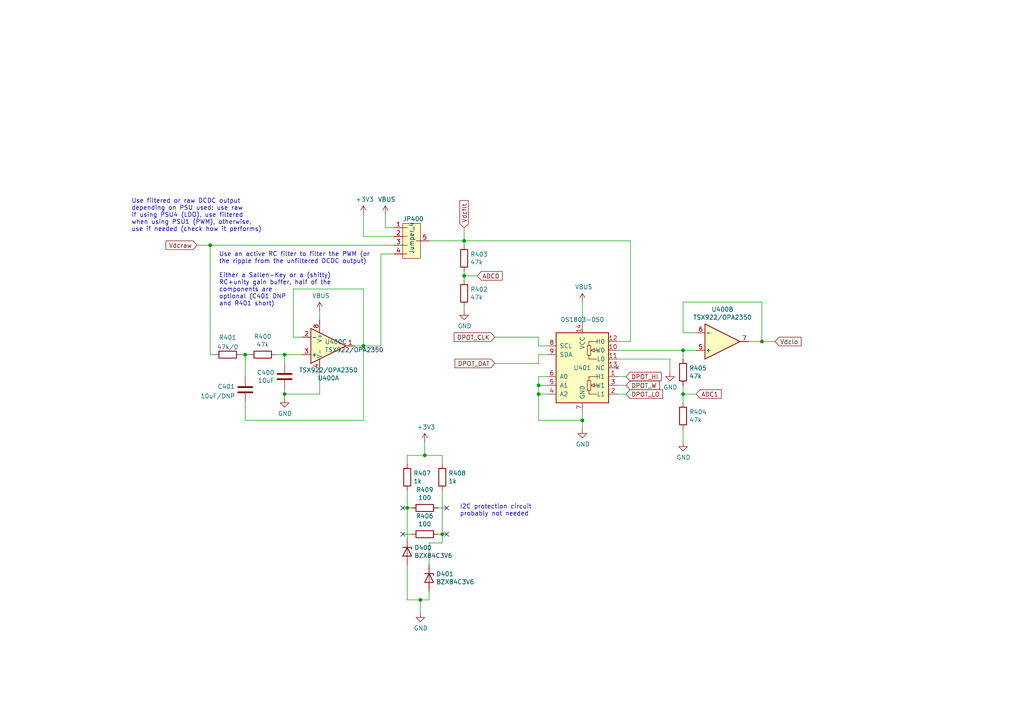
<source format=kicad_sch>
(kicad_sch (version 20211123) (generator eeschema)
  (paper "A4")
  (lib_symbols
    (symbol "Amplifier_Operational:LM358" (pin_names (offset 0.127))
      (property "Reference" "U" (at 0 5.08 0))
      (property "Value" "LM358" (at 0 -5.08 0))
      (symbol "LM358_1_1"
        (polyline (pts (xy -5.08 5.08) (xy 5.08 0) (xy -5.08 -5.08) (xy -5.08 5.08)) (stroke (width 0.254)) (fill (type background)))
        (pin output line (at 7.62 0 180) (length 2.54) (name "~") (number "1"))
        (pin input line (at -7.62 -2.54 0) (length 2.54) (name "-") (number "2"))
        (pin input line (at -7.62 2.54 0) (length 2.54) (name "+") (number "3"))
      )
      (symbol "LM358_2_1"
        (polyline (pts (xy -5.08 5.08) (xy 5.08 0) (xy -5.08 -5.08) (xy -5.08 5.08)) (stroke (width 0.254)) (fill (type background)))
        (pin input line (at -7.62 2.54 0) (length 2.54) (name "+") (number "5"))
        (pin input line (at -7.62 -2.54 0) (length 2.54) (name "-") (number "6"))
        (pin output line (at 7.62 0 180) (length 2.54) (name "~") (number "7"))
      )
      (symbol "LM358_3_1"
        (pin power_in line (at -2.54 -7.62 90) (length 3.81) (name "V-") (number "4"))
        (pin power_in line (at -2.54 7.62 270) (length 3.81) (name "V+") (number "8"))
      )
    )
    (symbol "Device:C" (pin_numbers hide) (pin_names (offset 0.254))
      (property "Reference" "C" (at 0.635 2.54 0))
      (property "Value" "C" (at 0.635 -2.54 0))
      (symbol "C_0_1"
        (polyline (pts (xy -2.032 -0.762) (xy 2.032 -0.762)) (stroke (width 0.508)))
        (polyline (pts (xy -2.032 0.762) (xy 2.032 0.762)) (stroke (width 0.508)))
      )
      (symbol "C_1_1"
        (pin passive line (at 0 3.81 270) (length 2.794) (name "~") (number "1"))
        (pin passive line (at 0 -3.81 90) (length 2.794) (name "~") (number "2"))
      )
    )
    (symbol "Device:D_Zener" (pin_numbers hide) (pin_names (offset 1.016) hide)
      (property "Reference" "D" (at 0 2.54 0))
      (property "Value" "D_Zener" (at 0 -2.54 0))
      (symbol "D_Zener_0_1"
        (polyline (pts (xy 1.27 0) (xy -1.27 0)))
        (polyline (pts (xy -1.27 -1.27) (xy -1.27 1.27) (xy -0.762 1.27)) (stroke (width 0.254)))
        (polyline (pts (xy 1.27 -1.27) (xy 1.27 1.27) (xy -1.27 0) (xy 1.27 -1.27)) (stroke (width 0.254)))
      )
      (symbol "D_Zener_1_1"
        (pin passive line (at -3.81 0 0) (length 2.54) (name "K") (number "1"))
        (pin passive line (at 3.81 0 180) (length 2.54) (name "A") (number "2"))
      )
    )
    (symbol "Device:R" (pin_numbers hide) (pin_names (offset 0))
      (property "Reference" "R" (at 2.032 0 90))
      (property "Value" "R" (at 0 0 90))
      (symbol "R_0_1"
        (rectangle (start -1.016 -2.54) (end 1.016 2.54) (stroke (width 0.254)))
      )
      (symbol "R_1_1"
        (pin passive line (at 0 3.81 270) (length 1.27) (name "~") (number "1"))
        (pin passive line (at 0 -3.81 90) (length 1.27) (name "~") (number "2"))
      )
    )
    (symbol "misc-mcus:DS1803" (pin_names (offset 1.016))
      (property "Reference" "U" (at 0 25.4 0))
      (property "Value" "DS1803" (at 0 22.86 0))
      (symbol "DS1803_1_1"
        (rectangle (start -7.62 10.16) (end 7.62 -10.16) (stroke (width 0.254)) (fill (type background)))
        (polyline (pts (xy 1.905 -7.366) (xy 1.905 -6.5278)))
        (polyline (pts (xy 1.905 -2.7686) (xy 1.905 -3.7084)))
        (polyline (pts (xy 1.905 2.794) (xy 1.905 3.6322)))
        (polyline (pts (xy 1.905 7.3914) (xy 1.905 6.4516)))
        (polyline (pts (xy 3.4798 -5.0546) (xy 4.191 -5.0546)))
        (polyline (pts (xy 3.4798 5.1054) (xy 4.191 5.1054)))
        (polyline (pts (xy 1.905 -7.62) (xy 1.905 -7.366) (xy 1.905 -7.366)) (fill (type background)))
        (polyline (pts (xy 1.905 -7.62) (xy 4.191 -7.62) (xy 4.191 -7.62)) (fill (type background)))
        (polyline (pts (xy 1.905 -2.54) (xy 1.905 -2.794) (xy 1.905 -2.794)))
        (polyline (pts (xy 1.905 -2.54) (xy 4.191 -2.54) (xy 4.191 -2.54)) (fill (type background)))
        (polyline (pts (xy 1.905 2.54) (xy 1.905 2.794) (xy 1.905 2.794)) (fill (type background)))
        (polyline (pts (xy 1.905 2.54) (xy 4.191 2.54) (xy 4.191 2.54)) (fill (type background)))
        (polyline (pts (xy 1.905 7.62) (xy 1.905 7.366) (xy 1.905 7.366)))
        (polyline (pts (xy 1.905 7.62) (xy 4.191 7.62) (xy 4.191 7.62)) (fill (type background)))
        (polyline (pts (xy 3.4798 -4.572) (xy 3.4798 -5.588) (xy 2.4638 -5.08) (xy 3.4798 -4.572) (xy 3.4798 -4.572)) (fill (type background)))
        (polyline (pts (xy 3.4798 5.588) (xy 3.4798 4.572) (xy 2.4638 5.08) (xy 3.4798 5.588) (xy 3.4798 5.588)) (fill (type background)))
        (rectangle (start 1.4224 -3.7338) (end 2.4384 -6.5278))
        (rectangle (start 1.4224 6.4262) (end 2.4384 3.6322))
        (pin passive line (at 10.16 -2.54 180) (length 2.54) (name "H1") (number "1"))
        (pin passive line (at 10.16 5.08 180) (length 2.54) (name "W0") (number "10"))
        (pin passive line (at 10.16 2.54 180) (length 2.54) (name "L0") (number "11"))
        (pin passive line (at 10.16 7.62 180) (length 2.54) (name "H0") (number "12"))
        (pin no_connect line (at 10.16 0 180) (length 2.54) (name "NC") (number "13"))
        (pin power_in line (at 0 12.7 270) (length 2.54) (name "VCC") (number "14"))
        (pin passive line (at 10.16 -7.62 180) (length 2.54) (name "L1") (number "2"))
        (pin passive line (at 10.16 -5.08 180) (length 2.54) (name "W1") (number "3"))
        (pin input line (at -10.16 -7.62 0) (length 2.54) (name "A2") (number "4"))
        (pin input line (at -10.16 -5.08 0) (length 2.54) (name "A1") (number "5"))
        (pin input line (at -10.16 -2.54 0) (length 2.54) (name "A0") (number "6"))
        (pin power_in line (at 0 -12.7 90) (length 2.54) (name "GND") (number "7"))
        (pin input line (at -10.16 6.35 0) (length 2.54) (name "SCL") (number "8"))
        (pin bidirectional line (at -10.16 3.81 0) (length 2.54) (name "SDA") (number "9"))
      )
    )
    (symbol "misc-mcus:Jumper_4" (pin_names (offset 1.016))
      (property "Reference" "JP" (at 0 11.43 0))
      (property "Value" "Jumper_4" (at 0 11.43 0))
      (symbol "Jumper_4_0_1"
        (rectangle (start -2.54 5.08) (end 2.54 -5.08) (fill (type background)))
        (polyline (pts (xy -2.54 -3.81) (xy -1.27 -3.81)))
        (polyline (pts (xy -2.54 -1.27) (xy -1.27 -1.27)))
        (polyline (pts (xy -2.54 1.27) (xy -1.27 1.27)))
        (polyline (pts (xy -2.54 3.81) (xy -1.27 3.81)))
        (polyline (pts (xy 2.54 0) (xy 1.27 0)))
      )
      (symbol "Jumper_4_1_1"
        (pin passive line (at -5.08 3.81 0) (length 2.54) (name "~") (number "1"))
        (pin passive line (at -5.08 1.27 0) (length 2.54) (name "~") (number "2"))
        (pin passive line (at -5.08 -1.27 0) (length 2.54) (name "~") (number "3"))
        (pin passive line (at -5.08 -3.81 0) (length 2.54) (name "~") (number "4"))
        (pin passive line (at 5.08 0 180) (length 2.54) (name "~") (number "5"))
      )
    )
    (symbol "power:+3V3" (power) (pin_names (offset 0))
      (property "Value" "+3V3" (at 0 3.556 0))
      (symbol "+3V3_0_1"
        (polyline (pts (xy -0.762 1.27) (xy 0 2.54)))
        (polyline (pts (xy 0 0) (xy 0 2.54)))
        (polyline (pts (xy 0 2.54) (xy 0.762 1.27)))
      )
      (symbol "+3V3_1_1"
        (pin power_in line (at 0 0 90) (length 0) hide (name "+3V3") (number "1"))
      )
    )
    (symbol "power:GND" (power) (pin_names (offset 0))
      (property "Value" "GND" (at 0 -3.81 0))
      (symbol "GND_0_1"
        (polyline (pts (xy 0 0) (xy 0 -1.27) (xy 1.27 -1.27) (xy 0 -2.54) (xy -1.27 -1.27) (xy 0 -1.27)))
      )
      (symbol "GND_1_1"
        (pin power_in line (at 0 0 270) (length 0) hide (name "GND") (number "1"))
      )
    )
    (symbol "power:VBUS" (power) (pin_names (offset 0))
      (property "Value" "VBUS" (at 0 3.81 0))
      (symbol "VBUS_0_1"
        (polyline (pts (xy -0.762 1.27) (xy 0 2.54)))
        (polyline (pts (xy 0 0) (xy 0 2.54)))
        (polyline (pts (xy 0 2.54) (xy 0.762 1.27)))
      )
      (symbol "VBUS_1_1"
        (pin power_in line (at 0 0 90) (length 0) hide (name "VBUS") (number "1"))
      )
    )
  )
  (junction (at 198.12 114.3))
  (junction (at 121.92 173.99))
  (junction (at 134.62 80.01))
  (junction (at 128.27 154.94))
  (junction (at 60.96 71.12))
  (junction (at 82.55 114.3))
  (junction (at 134.62 69.85))
  (junction (at 156.21 114.3))
  (junction (at 82.55 102.87))
  (junction (at 168.91 121.92))
  (junction (at 123.19 132.08))
  (junction (at 105.41 100.33))
  (junction (at 71.12 102.87))
  (junction (at 198.12 101.6))
  (junction (at 156.21 111.76))
  (junction (at 118.11 147.32))
  (junction (at 220.98 99.06))
  (no_connect (at 116.84 154.94))
  (no_connect (at 129.54 154.94))
  (no_connect (at 129.54 147.32))
  (no_connect (at 116.84 147.32))
  (wire (pts (xy 134.62 80.01) (xy 134.62 81.28)))
  (wire (pts (xy 85.09 83.82) (xy 105.41 83.82)))
  (wire (pts (xy 62.23 102.87) (xy 60.96 102.87)))
  (wire (pts (xy 156.21 102.87) (xy 158.75 102.87)))
  (wire (pts (xy 60.96 71.12) (xy 114.3 71.12)))
  (wire (pts (xy 198.12 128.27) (xy 198.12 124.46)))
  (wire (pts (xy 179.07 99.06) (xy 182.88 99.06)))
  (wire (pts (xy 179.07 104.14) (xy 194.31 104.14)))
  (wire (pts (xy 198.12 114.3) (xy 198.12 111.76)))
  (wire (pts (xy 156.21 105.41) (xy 156.21 102.87)))
  (wire (pts (xy 156.21 114.3) (xy 158.75 114.3)))
  (wire (pts (xy 156.21 97.79) (xy 156.21 100.33)))
  (wire (pts (xy 118.11 163.83) (xy 118.11 173.99)))
  (wire (pts (xy 118.11 142.24) (xy 118.11 147.32)))
  (wire (pts (xy 105.41 68.58) (xy 105.41 62.23)))
  (wire (pts (xy 82.55 105.41) (xy 82.55 102.87)))
  (wire (pts (xy 128.27 132.08) (xy 123.19 132.08)))
  (wire (pts (xy 124.46 173.99) (xy 121.92 173.99)))
  (wire (pts (xy 198.12 96.52) (xy 201.93 96.52)))
  (wire (pts (xy 82.55 102.87) (xy 80.01 102.87)))
  (wire (pts (xy 217.17 99.06) (xy 220.98 99.06)))
  (wire (pts (xy 156.21 121.92) (xy 168.91 121.92)))
  (wire (pts (xy 121.92 173.99) (xy 121.92 177.8)))
  (wire (pts (xy 111.76 66.04) (xy 114.3 66.04)))
  (wire (pts (xy 179.07 111.76) (xy 181.61 111.76)))
  (wire (pts (xy 198.12 116.84) (xy 198.12 114.3)))
  (wire (pts (xy 128.27 134.62) (xy 128.27 132.08)))
  (wire (pts (xy 156.21 109.22) (xy 156.21 111.76)))
  (wire (pts (xy 118.11 134.62) (xy 118.11 132.08)))
  (wire (pts (xy 105.41 68.58) (xy 114.3 68.58)))
  (wire (pts (xy 85.09 97.79) (xy 85.09 83.82)))
  (wire (pts (xy 168.91 119.38) (xy 168.91 121.92)))
  (wire (pts (xy 105.41 100.33) (xy 102.87 100.33)))
  (wire (pts (xy 134.62 69.85) (xy 182.88 69.85)))
  (wire (pts (xy 124.46 163.83) (xy 124.46 157.48)))
  (wire (pts (xy 105.41 83.82) (xy 105.41 100.33)))
  (wire (pts (xy 156.21 97.79) (xy 143.51 97.79)))
  (wire (pts (xy 198.12 87.63) (xy 198.12 96.52)))
  (wire (pts (xy 110.49 73.66) (xy 114.3 73.66)))
  (wire (pts (xy 118.11 173.99) (xy 121.92 173.99)))
  (wire (pts (xy 105.41 121.92) (xy 105.41 100.33)))
  (wire (pts (xy 156.21 111.76) (xy 156.21 114.3)))
  (wire (pts (xy 71.12 102.87) (xy 71.12 109.22)))
  (wire (pts (xy 128.27 154.94) (xy 129.54 154.94)))
  (wire (pts (xy 92.71 92.71) (xy 92.71 90.17)))
  (wire (pts (xy 198.12 104.14) (xy 198.12 101.6)))
  (wire (pts (xy 179.07 101.6) (xy 198.12 101.6)))
  (wire (pts (xy 156.21 121.92) (xy 156.21 114.3)))
  (wire (pts (xy 143.51 105.41) (xy 156.21 105.41)))
  (wire (pts (xy 220.98 87.63) (xy 198.12 87.63)))
  (wire (pts (xy 124.46 69.85) (xy 134.62 69.85)))
  (wire (pts (xy 198.12 101.6) (xy 201.93 101.6)))
  (wire (pts (xy 71.12 116.84) (xy 71.12 121.92)))
  (wire (pts (xy 128.27 142.24) (xy 128.27 154.94)))
  (wire (pts (xy 82.55 114.3) (xy 82.55 115.57)))
  (wire (pts (xy 182.88 69.85) (xy 182.88 99.06)))
  (wire (pts (xy 118.11 147.32) (xy 116.84 147.32)))
  (wire (pts (xy 134.62 90.17) (xy 134.62 88.9)))
  (wire (pts (xy 127 147.32) (xy 129.54 147.32)))
  (wire (pts (xy 72.39 102.87) (xy 71.12 102.87)))
  (wire (pts (xy 128.27 157.48) (xy 128.27 154.94)))
  (wire (pts (xy 194.31 104.14) (xy 194.31 107.95)))
  (wire (pts (xy 124.46 157.48) (xy 128.27 157.48)))
  (wire (pts (xy 134.62 71.12) (xy 134.62 69.85)))
  (wire (pts (xy 134.62 80.01) (xy 134.62 78.74)))
  (wire (pts (xy 220.98 99.06) (xy 224.79 99.06)))
  (wire (pts (xy 118.11 156.21) (xy 118.11 147.32)))
  (wire (pts (xy 82.55 113.03) (xy 82.55 114.3)))
  (wire (pts (xy 138.43 80.01) (xy 134.62 80.01)))
  (wire (pts (xy 71.12 121.92) (xy 105.41 121.92)))
  (wire (pts (xy 110.49 100.33) (xy 110.49 73.66)))
  (wire (pts (xy 92.71 114.3) (xy 92.71 107.95)))
  (wire (pts (xy 158.75 109.22) (xy 156.21 109.22)))
  (wire (pts (xy 156.21 100.33) (xy 158.75 100.33)))
  (wire (pts (xy 116.84 154.94) (xy 119.38 154.94)))
  (wire (pts (xy 168.91 93.98) (xy 168.91 87.63)))
  (wire (pts (xy 105.41 100.33) (xy 110.49 100.33)))
  (wire (pts (xy 60.96 102.87) (xy 60.96 71.12)))
  (wire (pts (xy 119.38 147.32) (xy 118.11 147.32)))
  (wire (pts (xy 87.63 97.79) (xy 85.09 97.79)))
  (wire (pts (xy 87.63 102.87) (xy 82.55 102.87)))
  (wire (pts (xy 124.46 171.45) (xy 124.46 173.99)))
  (wire (pts (xy 71.12 102.87) (xy 69.85 102.87)))
  (wire (pts (xy 111.76 66.04) (xy 111.76 62.23)))
  (wire (pts (xy 123.19 128.27) (xy 123.19 132.08)))
  (wire (pts (xy 127 154.94) (xy 128.27 154.94)))
  (wire (pts (xy 168.91 121.92) (xy 168.91 124.46)))
  (wire (pts (xy 181.61 109.22) (xy 179.07 109.22)))
  (wire (pts (xy 134.62 69.85) (xy 134.62 66.04)))
  (wire (pts (xy 82.55 114.3) (xy 92.71 114.3)))
  (wire (pts (xy 220.98 99.06) (xy 220.98 87.63)))
  (wire (pts (xy 181.61 114.3) (xy 179.07 114.3)))
  (wire (pts (xy 201.93 114.3) (xy 198.12 114.3)))
  (wire (pts (xy 158.75 111.76) (xy 156.21 111.76)))
  (wire (pts (xy 57.15 71.12) (xy 60.96 71.12)))
  (wire (pts (xy 118.11 132.08) (xy 123.19 132.08)))
  (text "Use filtered or raw DCDC output\ndepending on PSU used: use raw\nif using PSU4 (LDO), use filtered\nwhen using PSU1 (PWM), otherwise,\nuse if needed (check how it performs)" (at 38.1 67.31 0) (effects (font (size 1.27 1.27)) (justify left bottom)))
  (text "Use an active RC filter to filter the PWM (or\nthe ripple from the unfiltered DCDC output)\n\nEither a Sallen-Key or a (shitty)\nRC+unity gain buffer, half of the\ncomponents are\noptional (C401 DNP\nand R401 short)" (at 63.5 88.9 0) (effects (font (size 1.27 1.27)) (justify left bottom)))
  (text "I2C protection circuit\nprobably not needed" (at 133.35 149.86 0) (effects (font (size 1.27 1.27)) (justify left bottom)))
  (global_label "DPOT_CLK" (shape input) (at 143.51 97.79 180) (property "Intersheet References" "${INTERSHEET_REFS}" (effects hide)))
  (global_label "DPOT_LO" (shape input) (at 181.61 114.3 0) (property "Intersheet References" "${INTERSHEET_REFS}" (effects hide)))
  (global_label "DPOT_DAT" (shape input) (at 143.51 105.41 180) (property "Intersheet References" "${INTERSHEET_REFS}" (effects hide)))
  (global_label "Vdcraw" (shape input) (at 57.15 71.12 180) (property "Intersheet References" "${INTERSHEET_REFS}" (effects hide)))
  (global_label "DPOT_W" (shape input) (at 181.61 111.76 0) (property "Intersheet References" "${INTERSHEET_REFS}" (effects hide)))
  (global_label "ADC1" (shape input) (at 201.93 114.3 0) (property "Intersheet References" "${INTERSHEET_REFS}" (effects hide)))
  (global_label "Vdcflt" (shape input) (at 134.62 66.04 90) (property "Intersheet References" "${INTERSHEET_REFS}" (effects hide)))
  (global_label "Vdclo" (shape input) (at 224.79 99.06 0) (property "Intersheet References" "${INTERSHEET_REFS}" (effects hide)))
  (global_label "DPOT_HI" (shape input) (at 181.61 109.22 0) (property "Intersheet References" "${INTERSHEET_REFS}" (effects hide)))
  (global_label "ADC0" (shape input) (at 138.43 80.01 0) (property "Intersheet References" "${INTERSHEET_REFS}" (effects hide)))
  (symbol (lib_id "Device:R") (at 123.19 147.32 270) (unit 1) (in_bom no) (on_board no)
    (property "Reference" "R409" (at 123.19 142.0622 90))
    (property "Value" "100" (at 123.19 144.3736 90))
    (property "Footprint" "Resistor_SMD:R_0402_1005Metric_Pad0.72x0.64mm_HandSolder" (effects hide))
  )
  (symbol (lib_id "Device:R") (at 123.19 154.94 270) (unit 1) (in_bom no) (on_board no)
    (property "Reference" "R406" (at 123.19 149.6822 90))
    (property "Value" "100" (at 123.19 151.9936 90))
    (property "Footprint" "Resistor_SMD:R_0402_1005Metric_Pad0.72x0.64mm_HandSolder" (effects hide))
  )
  (symbol (lib_id "Device:R") (at 118.11 138.43 0) (unit 1) (in_bom no) (on_board no)
    (property "Reference" "R407" (at 119.888 137.2616 0) (effects (justify left)))
    (property "Value" "1k" (at 119.888 139.573 0) (effects (justify left)))
    (property "Footprint" "Resistor_SMD:R_0402_1005Metric_Pad0.72x0.64mm_HandSolder" (effects hide))
  )
  (symbol (lib_id "Device:R") (at 128.27 138.43 0) (unit 1) (in_bom no) (on_board no)
    (property "Reference" "R408" (at 130.048 137.2616 0) (effects (justify left)))
    (property "Value" "1k" (at 130.048 139.573 0) (effects (justify left)))
    (property "Footprint" "Resistor_SMD:R_0402_1005Metric_Pad0.72x0.64mm_HandSolder" (effects hide))
  )
  (symbol (lib_id "Device:D_Zener") (at 118.11 160.02 270) (unit 1) (in_bom no) (on_board no)
    (property "Reference" "D400" (at 120.142 158.8516 90) (effects (justify left)))
    (property "Value" "BZX84C3V6" (at 120.142 161.163 90) (effects (justify left)))
    (property "Footprint" "Diode_SMD:D_SOT-23_ANK" (effects hide))
    (property "Datasheet" "https://www.farnell.com/datasheets/1911825.pdf" (effects hide))
  )
  (symbol (lib_id "Device:D_Zener") (at 124.46 167.64 270) (unit 1) (in_bom no) (on_board no)
    (property "Reference" "D401" (at 126.492 166.4716 90) (effects (justify left)))
    (property "Value" "BZX84C3V6" (at 126.492 168.783 90) (effects (justify left)))
    (property "Footprint" "Diode_SMD:D_SOT-23_ANK" (effects hide))
    (property "Datasheet" "https://www.farnell.com/datasheets/1911825.pdf" (effects hide))
  )
  (symbol (lib_id "power:GND") (at 121.92 177.8 0) (unit 1)
    (property "Reference" "#PWR0155" (effects hide))
    (property "Value" "GND" (at 122.047 182.1942 0))
  )
  (symbol (lib_id "Amplifier_Operational:LM358") (at 209.55 99.06 0) (mirror x) (unit 2)
    (property "Reference" "U400" (at 209.55 89.7382 0))
    (property "Value" "TSX922/OPA2350" (at 209.55 92.0496 0))
    (property "Footprint" "Package_SO:SO-8_3.9x4.9mm_P1.27mm" (effects hide))
    (property "Datasheet" "http://www.ti.com/lit/ds/symlink/lm2904-n.pdf" (effects hide))
  )
  (symbol (lib_id "Amplifier_Operational:LM358") (at 95.25 100.33 0) (mirror x) (unit 1)
    (property "Reference" "U400" (at 95.25 109.6518 0))
    (property "Value" "TSX922/OPA2350" (at 95.25 107.3404 0))
    (property "Footprint" "Package_SO:SO-8_3.9x4.9mm_P1.27mm" (effects hide))
    (property "Datasheet" "http://www.ti.com/lit/ds/symlink/lm2904-n.pdf" (effects hide))
  )
  (symbol (lib_id "Amplifier_Operational:LM358") (at 95.25 100.33 0) (unit 3)
    (property "Reference" "U400" (at 94.1832 99.1616 0) (effects (justify left)))
    (property "Value" "TSX922/OPA2350" (at 94.1832 101.473 0) (effects (justify left)))
    (property "Footprint" "Package_SO:SO-8_3.9x4.9mm_P1.27mm" (effects hide))
    (property "Datasheet" "http://www.ti.com/lit/ds/symlink/lm2904-n.pdf" (effects hide))
  )
  (symbol (lib_id "Device:R") (at 76.2 102.87 270) (unit 1)
    (property "Reference" "R400" (at 76.2 97.6122 90))
    (property "Value" "47k" (at 76.2 99.9236 90))
    (property "Footprint" "Resistor_SMD:R_0805_2012Metric_Pad1.20x1.40mm_HandSolder" (effects hide))
  )
  (symbol (lib_id "Device:C") (at 82.55 109.22 0) (mirror y) (unit 1)
    (property "Reference" "C400" (at 79.629 108.0516 0) (effects (justify left)))
    (property "Value" "10uF" (at 79.629 110.363 0) (effects (justify left)))
    (property "Footprint" "Capacitor_SMD:C_0805_2012Metric_Pad1.18x1.45mm_HandSolder" (effects hide))
  )
  (symbol (lib_id "power:GND") (at 82.55 115.57 0) (unit 1)
    (property "Reference" "#PWR0141" (effects hide))
    (property "Value" "GND" (at 82.677 119.9642 0))
  )
  (symbol (lib_id "power:VBUS") (at 92.71 90.17 0) (unit 1)
    (property "Reference" "#PWR0142" (effects hide))
    (property "Value" "VBUS" (at 93.091 85.7758 0))
  )
  (symbol (lib_id "Device:R") (at 134.62 74.93 0) (unit 1)
    (property "Reference" "R403" (at 136.398 73.7616 0) (effects (justify left)))
    (property "Value" "47k" (at 136.398 76.073 0) (effects (justify left)))
    (property "Footprint" "Resistor_SMD:R_0805_2012Metric_Pad1.20x1.40mm_HandSolder" (effects hide))
  )
  (symbol (lib_id "Device:R") (at 134.62 85.09 0) (unit 1)
    (property "Reference" "R402" (at 136.398 83.9216 0) (effects (justify left)))
    (property "Value" "47k" (at 136.398 86.233 0) (effects (justify left)))
    (property "Footprint" "Resistor_SMD:R_0805_2012Metric_Pad1.20x1.40mm_HandSolder" (effects hide))
  )
  (symbol (lib_id "power:GND") (at 134.62 90.17 0) (unit 1)
    (property "Reference" "#PWR0143" (effects hide))
    (property "Value" "GND" (at 134.747 94.5642 0))
  )
  (symbol (lib_id "misc-mcus:DS1803") (at 168.91 106.68 0) (unit 1)
    (property "Reference" "U401" (at 168.91 106.68 0))
    (property "Value" "DS1803-050" (at 168.91 92.71 0))
    (property "Footprint" "Package_SO:TSSOP-14_4.4x5mm_P0.65mm" (effects hide))
  )
  (symbol (lib_id "power:+3V3") (at 123.19 128.27 0) (unit 1)
    (property "Reference" "#PWR0144" (effects hide))
    (property "Value" "+3V3" (at 123.571 123.8758 0))
  )
  (symbol (lib_id "power:GND") (at 168.91 124.46 0) (unit 1)
    (property "Reference" "#PWR0145" (effects hide))
    (property "Value" "GND" (at 169.037 128.8542 0))
  )
  (symbol (lib_id "power:GND") (at 194.31 107.95 0) (unit 1)
    (property "Reference" "#PWR0146" (effects hide))
    (property "Value" "GND" (at 194.437 112.3442 0))
  )
  (symbol (lib_id "power:VBUS") (at 168.91 87.63 0) (unit 1)
    (property "Reference" "#PWR0147" (effects hide))
    (property "Value" "VBUS" (at 169.291 83.2358 0))
  )
  (symbol (lib_id "Device:R") (at 198.12 107.95 0) (unit 1)
    (property "Reference" "R405" (at 199.898 106.7816 0) (effects (justify left)))
    (property "Value" "47k" (at 199.898 109.093 0) (effects (justify left)))
    (property "Footprint" "Resistor_SMD:R_0805_2012Metric_Pad1.20x1.40mm_HandSolder" (effects hide))
  )
  (symbol (lib_id "Device:R") (at 198.12 120.65 0) (unit 1)
    (property "Reference" "R404" (at 199.898 119.4816 0) (effects (justify left)))
    (property "Value" "47k" (at 199.898 121.793 0) (effects (justify left)))
    (property "Footprint" "Resistor_SMD:R_0805_2012Metric_Pad1.20x1.40mm_HandSolder" (effects hide))
  )
  (symbol (lib_id "power:GND") (at 198.12 128.27 0) (unit 1)
    (property "Reference" "#PWR0148" (effects hide))
    (property "Value" "GND" (at 198.247 132.6642 0))
  )
  (symbol (lib_id "misc-mcus:Jumper_4") (at 119.38 69.85 0) (unit 1)
    (property "Reference" "JP400" (at 116.84 63.5 0) (effects (justify left)))
    (property "Value" "Jumper_4" (at 119.38 73.66 90) (effects (justify left)))
    (property "Footprint" "chip-bo:Jumper4_PinHeader" (effects hide))
  )
  (symbol (lib_id "power:+3V3") (at 105.41 62.23 0) (unit 1)
    (property "Reference" "#PWR0108" (effects hide))
    (property "Value" "+3V3" (at 105.791 57.8358 0))
  )
  (symbol (lib_id "power:VBUS") (at 111.76 62.23 0) (unit 1)
    (property "Reference" "#PWR0109" (effects hide))
    (property "Value" "VBUS" (at 112.141 57.8358 0))
  )
  (symbol (lib_id "Device:R") (at 66.04 102.87 90) (unit 1)
    (property "Reference" "R401" (at 66.04 97.8875 90))
    (property "Value" "47k/0" (at 66.04 100.6626 90))
    (property "Footprint" "Resistor_SMD:R_0805_2012Metric_Pad1.20x1.40mm_HandSolder" (effects hide))
  )
  (symbol (lib_id "Device:C") (at 71.12 113.03 0) (mirror x) (unit 1)
    (property "Reference" "C401" (at 68.199 112.1215 0) (effects (justify right)))
    (property "Value" "10uF/DNP" (at 68.199 114.8966 0) (effects (justify right)))
    (property "Footprint" "Capacitor_SMD:C_0805_2012Metric_Pad1.18x1.45mm_HandSolder" (effects hide))
  )
)
</source>
